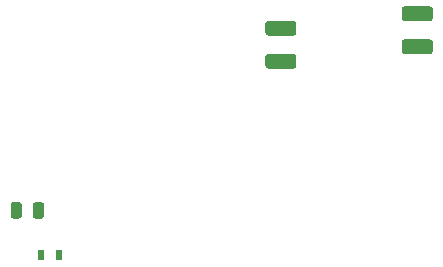
<source format=gbr>
G04 #@! TF.GenerationSoftware,KiCad,Pcbnew,(5.1.6-0-10_14)*
G04 #@! TF.CreationDate,2020-05-23T00:01:56+02:00*
G04 #@! TF.ProjectId,arduino_nano_reflow_TRIAC_v1_0,61726475-696e-46f5-9f6e-616e6f5f7265,1.0*
G04 #@! TF.SameCoordinates,Original*
G04 #@! TF.FileFunction,Paste,Top*
G04 #@! TF.FilePolarity,Positive*
%FSLAX46Y46*%
G04 Gerber Fmt 4.6, Leading zero omitted, Abs format (unit mm)*
G04 Created by KiCad (PCBNEW (5.1.6-0-10_14)) date 2020-05-23 00:01:56*
%MOMM*%
%LPD*%
G01*
G04 APERTURE LIST*
%ADD10R,0.500000X0.900000*%
G04 APERTURE END LIST*
G36*
G01*
X153378140Y-91372230D02*
X153378140Y-90459730D01*
G75*
G02*
X153621890Y-90215980I243750J0D01*
G01*
X154109390Y-90215980D01*
G75*
G02*
X154353140Y-90459730I0J-243750D01*
G01*
X154353140Y-91372230D01*
G75*
G02*
X154109390Y-91615980I-243750J0D01*
G01*
X153621890Y-91615980D01*
G75*
G02*
X153378140Y-91372230I0J243750D01*
G01*
G37*
G36*
G01*
X151503140Y-91372230D02*
X151503140Y-90459730D01*
G75*
G02*
X151746890Y-90215980I243750J0D01*
G01*
X152234390Y-90215980D01*
G75*
G02*
X152478140Y-90459730I0J-243750D01*
G01*
X152478140Y-91372230D01*
G75*
G02*
X152234390Y-91615980I-243750J0D01*
G01*
X151746890Y-91615980D01*
G75*
G02*
X151503140Y-91372230I0J243750D01*
G01*
G37*
G36*
G01*
X175461820Y-76124260D02*
X173311820Y-76124260D01*
G75*
G02*
X173061820Y-75874260I0J250000D01*
G01*
X173061820Y-75124260D01*
G75*
G02*
X173311820Y-74874260I250000J0D01*
G01*
X175461820Y-74874260D01*
G75*
G02*
X175711820Y-75124260I0J-250000D01*
G01*
X175711820Y-75874260D01*
G75*
G02*
X175461820Y-76124260I-250000J0D01*
G01*
G37*
G36*
G01*
X175461820Y-78924260D02*
X173311820Y-78924260D01*
G75*
G02*
X173061820Y-78674260I0J250000D01*
G01*
X173061820Y-77924260D01*
G75*
G02*
X173311820Y-77674260I250000J0D01*
G01*
X175461820Y-77674260D01*
G75*
G02*
X175711820Y-77924260I0J-250000D01*
G01*
X175711820Y-78674260D01*
G75*
G02*
X175461820Y-78924260I-250000J0D01*
G01*
G37*
G36*
G01*
X187020000Y-74895000D02*
X184870000Y-74895000D01*
G75*
G02*
X184620000Y-74645000I0J250000D01*
G01*
X184620000Y-73895000D01*
G75*
G02*
X184870000Y-73645000I250000J0D01*
G01*
X187020000Y-73645000D01*
G75*
G02*
X187270000Y-73895000I0J-250000D01*
G01*
X187270000Y-74645000D01*
G75*
G02*
X187020000Y-74895000I-250000J0D01*
G01*
G37*
G36*
G01*
X187020000Y-77695000D02*
X184870000Y-77695000D01*
G75*
G02*
X184620000Y-77445000I0J250000D01*
G01*
X184620000Y-76695000D01*
G75*
G02*
X184870000Y-76445000I250000J0D01*
G01*
X187020000Y-76445000D01*
G75*
G02*
X187270000Y-76695000I0J-250000D01*
G01*
X187270000Y-77445000D01*
G75*
G02*
X187020000Y-77695000I-250000J0D01*
G01*
G37*
D10*
X155618820Y-94725980D03*
X154118820Y-94725980D03*
M02*

</source>
